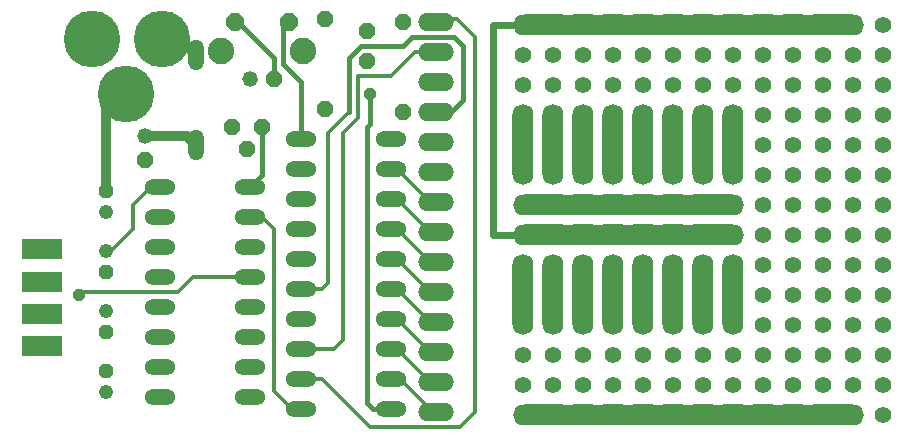
<source format=gbl>
G75*
G70*
%OFA0B0*%
%FSLAX24Y24*%
%IPPOS*%
%LPD*%
%AMOC8*
5,1,8,0,0,1.08239X$1,22.5*
%
%ADD10O,0.1040X0.0520*%
%ADD11OC8,0.0480*%
%ADD12C,0.0480*%
%ADD13OC8,0.0520*%
%ADD14O,0.1400X0.0700*%
%ADD15OC8,0.0600*%
%ADD16C,0.0885*%
%ADD17R,0.1378X0.0669*%
%ADD18O,0.1200X0.0600*%
%ADD19O,0.0700X0.1400*%
%ADD20C,0.0550*%
%ADD21C,0.0520*%
%ADD22O,0.0520X0.1040*%
%ADD23C,0.1890*%
%ADD24C,0.0120*%
%ADD25C,0.0160*%
%ADD26C,0.0320*%
%ADD27C,0.0240*%
%ADD28OC8,0.0400*%
D10*
X017188Y012105D03*
X017188Y011105D03*
X017188Y010105D03*
X017188Y009105D03*
X017188Y008105D03*
X017188Y007105D03*
X017188Y006105D03*
X017188Y005105D03*
X017188Y004105D03*
X017188Y003105D03*
X014188Y003105D03*
X014188Y004105D03*
X014188Y005105D03*
X014188Y006105D03*
X014188Y007105D03*
X014188Y008105D03*
X012488Y008505D03*
X012488Y007505D03*
X012488Y006505D03*
X012488Y005505D03*
X012488Y004505D03*
X012488Y003505D03*
X009488Y003505D03*
X009488Y004505D03*
X009488Y005505D03*
X009488Y006505D03*
X009488Y007505D03*
X009488Y008505D03*
X009488Y009505D03*
X009488Y010505D03*
X012488Y010505D03*
X012488Y009505D03*
X014188Y009105D03*
X014188Y010105D03*
X014188Y011105D03*
X014188Y012105D03*
D11*
X007688Y010355D03*
X007688Y007655D03*
X007688Y005655D03*
X007688Y004355D03*
D12*
X007688Y003655D03*
X007688Y006355D03*
X007688Y008355D03*
X007688Y009655D03*
D13*
X008988Y011405D03*
X011888Y012505D03*
X012888Y012505D03*
X012388Y011755D03*
X014988Y013105D03*
X013288Y014105D03*
X016388Y014705D03*
X016388Y015705D03*
X017588Y016005D03*
X014988Y016105D03*
X017588Y013005D03*
D14*
X021938Y015905D03*
X022588Y015905D03*
X023588Y015905D03*
X024588Y015905D03*
X025588Y015905D03*
X026588Y015905D03*
X027588Y015905D03*
X028588Y015905D03*
X029588Y015905D03*
X030588Y015905D03*
X031588Y015905D03*
X032238Y015905D03*
X028238Y009905D03*
X027588Y009905D03*
X026588Y009905D03*
X025588Y009905D03*
X024588Y009905D03*
X023588Y009905D03*
X022588Y009905D03*
X021938Y009905D03*
X021938Y008905D03*
X022588Y008905D03*
X023588Y008905D03*
X024588Y008905D03*
X025588Y008905D03*
X026588Y008905D03*
X027588Y008905D03*
X028238Y008905D03*
X028588Y002905D03*
X027588Y002905D03*
X026588Y002905D03*
X025588Y002905D03*
X024588Y002905D03*
X023588Y002905D03*
X022588Y002905D03*
X021938Y002905D03*
X029588Y002905D03*
X030588Y002905D03*
X031588Y002905D03*
X032238Y002905D03*
D15*
X013778Y015995D03*
X011998Y015995D03*
D16*
X011508Y015015D03*
X014268Y015015D03*
D17*
X005568Y008425D03*
X005568Y007345D03*
X005568Y006265D03*
X005568Y005185D03*
D18*
X018688Y005005D03*
X018688Y004005D03*
X018688Y003005D03*
X018688Y006005D03*
X018688Y007005D03*
X018688Y008005D03*
X018688Y009005D03*
X018688Y010005D03*
X018688Y011005D03*
X018688Y012005D03*
X018688Y013005D03*
X018688Y014005D03*
X018688Y015005D03*
X018688Y016005D03*
D19*
X021588Y012555D03*
X021588Y011905D03*
X021588Y011255D03*
X022588Y011255D03*
X022588Y011905D03*
X022588Y012555D03*
X023588Y012555D03*
X023588Y011905D03*
X023588Y011255D03*
X024588Y011255D03*
X025588Y011255D03*
X025588Y011905D03*
X024588Y011905D03*
X024588Y012555D03*
X025588Y012555D03*
X026588Y012555D03*
X026588Y011905D03*
X026588Y011255D03*
X027588Y011255D03*
X027588Y011905D03*
X027588Y012555D03*
X028588Y012555D03*
X028588Y011905D03*
X028588Y011255D03*
X028588Y007555D03*
X027588Y007555D03*
X026588Y007555D03*
X025588Y007555D03*
X024588Y007555D03*
X023588Y007555D03*
X022588Y007555D03*
X021588Y007555D03*
X021588Y006905D03*
X021588Y006255D03*
X022588Y006255D03*
X022588Y006905D03*
X023588Y006905D03*
X023588Y006255D03*
X024588Y006255D03*
X025588Y006255D03*
X025588Y006905D03*
X024588Y006905D03*
X026588Y006905D03*
X026588Y006255D03*
X027588Y006255D03*
X027588Y006905D03*
X028588Y006905D03*
X028588Y006255D03*
D20*
X029588Y005905D03*
X030588Y005905D03*
X031588Y005905D03*
X032588Y005905D03*
X033588Y005905D03*
X033588Y006905D03*
X032588Y006905D03*
X031588Y006905D03*
X030588Y006905D03*
X029588Y006905D03*
X029588Y007905D03*
X030588Y007905D03*
X031588Y007905D03*
X032588Y007905D03*
X033588Y007905D03*
X033588Y008905D03*
X032588Y008905D03*
X031588Y008905D03*
X030588Y008905D03*
X029588Y008905D03*
X029588Y009905D03*
X030588Y009905D03*
X031588Y009905D03*
X032588Y009905D03*
X033588Y009905D03*
X033588Y010905D03*
X032588Y010905D03*
X031588Y010905D03*
X030588Y010905D03*
X029588Y010905D03*
X029588Y011905D03*
X030588Y011905D03*
X031588Y011905D03*
X032588Y011905D03*
X033588Y011905D03*
X033588Y012905D03*
X032588Y012905D03*
X031588Y012905D03*
X030588Y012905D03*
X029588Y012905D03*
X029588Y013905D03*
X030588Y013905D03*
X031588Y013905D03*
X032588Y013905D03*
X033588Y013905D03*
X033588Y014905D03*
X032588Y014905D03*
X031588Y014905D03*
X030588Y014905D03*
X029588Y014905D03*
X028588Y014905D03*
X027588Y014905D03*
X026588Y014905D03*
X025588Y014905D03*
X024588Y014905D03*
X023588Y014905D03*
X022588Y014905D03*
X021588Y014905D03*
X021588Y013905D03*
X022588Y013905D03*
X023588Y013905D03*
X024588Y013905D03*
X025588Y013905D03*
X026588Y013905D03*
X027588Y013905D03*
X028588Y013905D03*
X033588Y015905D03*
X033588Y004905D03*
X032588Y004905D03*
X031588Y004905D03*
X030588Y004905D03*
X029588Y004905D03*
X028588Y004905D03*
X027588Y004905D03*
X026588Y004905D03*
X025588Y004905D03*
X024588Y004905D03*
X023588Y004905D03*
X022588Y004905D03*
X021588Y004905D03*
X021588Y003905D03*
X022588Y003905D03*
X023588Y003905D03*
X024588Y003905D03*
X025588Y003905D03*
X026588Y003905D03*
X027588Y003905D03*
X028588Y003905D03*
X029588Y003905D03*
X030588Y003905D03*
X031588Y003905D03*
X032588Y003905D03*
X033588Y003905D03*
X033588Y002905D03*
D21*
X012488Y014105D03*
X008988Y012205D03*
D22*
X010688Y011905D03*
X010688Y014905D03*
D23*
X009546Y015444D03*
X007223Y015444D03*
X008365Y013594D03*
D24*
X011888Y012705D02*
X011888Y012505D01*
X015088Y012305D02*
X015788Y013005D01*
X016088Y012805D02*
X016088Y014205D01*
X017188Y014205D01*
X017988Y015005D01*
X018688Y015005D01*
X019388Y016105D02*
X019988Y015505D01*
X019988Y003005D01*
X019488Y002505D01*
X016488Y002505D01*
X014888Y004105D01*
X014188Y004105D01*
X013288Y003705D02*
X013888Y003105D01*
X013288Y003705D02*
X013288Y009105D01*
X012888Y009505D01*
X012488Y009505D01*
X009488Y010505D02*
X009188Y010505D01*
X008588Y009905D01*
X008588Y009105D01*
X007888Y008405D01*
X007688Y008355D01*
X006888Y007005D02*
X006788Y006905D01*
X006888Y007005D02*
X010088Y007005D01*
X010588Y007505D01*
X012488Y007505D01*
X014188Y007105D02*
X014888Y007105D01*
X015088Y007305D01*
X015088Y012305D01*
X015588Y012305D02*
X016088Y012805D01*
X015588Y012305D02*
X015588Y005405D01*
X015288Y005105D01*
X014188Y005105D01*
X017188Y005105D02*
X017388Y005105D01*
X018488Y004005D01*
X018688Y004005D01*
X018588Y003005D02*
X017488Y004105D01*
X017188Y004105D01*
X018488Y005005D02*
X017388Y006105D01*
X017188Y006105D01*
X017388Y007105D02*
X018488Y006005D01*
X018688Y006005D01*
X018588Y006905D02*
X017388Y008105D01*
X017188Y008105D01*
X017388Y009105D02*
X018588Y007905D01*
X018688Y008005D01*
X018688Y009005D02*
X018488Y009005D01*
X017388Y010105D01*
X017188Y010105D01*
X017388Y011105D02*
X018388Y010105D01*
X018588Y010105D01*
X018688Y010005D01*
X017388Y009105D02*
X017188Y009105D01*
X017188Y011105D02*
X017388Y011105D01*
X017388Y007105D02*
X017188Y007105D01*
X018588Y006905D02*
X018688Y007005D01*
X018688Y005005D02*
X018488Y005005D01*
X018588Y003005D02*
X018688Y003005D01*
X018688Y016005D02*
X018788Y016105D01*
X019388Y016105D01*
D25*
X019288Y015505D02*
X019588Y015205D01*
X019588Y013405D01*
X019188Y013005D01*
X018688Y013005D01*
X016488Y012605D02*
X016388Y012505D01*
X016388Y003305D01*
X016588Y003105D01*
X017188Y003105D01*
X014188Y003105D02*
X013888Y003105D01*
X012488Y010505D02*
X012888Y010905D01*
X012888Y012505D01*
X014188Y012105D02*
X014188Y014005D01*
X013588Y014605D01*
X013588Y015805D01*
X013778Y015995D01*
X013788Y016005D01*
X013288Y014805D02*
X012088Y016005D01*
X011988Y016005D01*
X011998Y015995D01*
X013288Y014805D02*
X013288Y014105D01*
X015788Y014805D02*
X015788Y013005D01*
X016488Y012605D02*
X016488Y013605D01*
X015788Y014805D02*
X016188Y015205D01*
X017588Y015205D01*
X017888Y015505D01*
X019288Y015505D01*
D26*
X010688Y014905D02*
X010128Y015444D01*
X009546Y015444D01*
X008365Y013594D02*
X007688Y013594D01*
X007688Y010355D01*
X010388Y012205D02*
X010688Y011905D01*
X010388Y012205D02*
X008988Y012205D01*
D27*
X020588Y008905D02*
X021588Y008905D01*
X020588Y008905D02*
X020588Y015905D01*
X021588Y015905D01*
D28*
X016488Y013605D03*
X006788Y006905D03*
M02*

</source>
